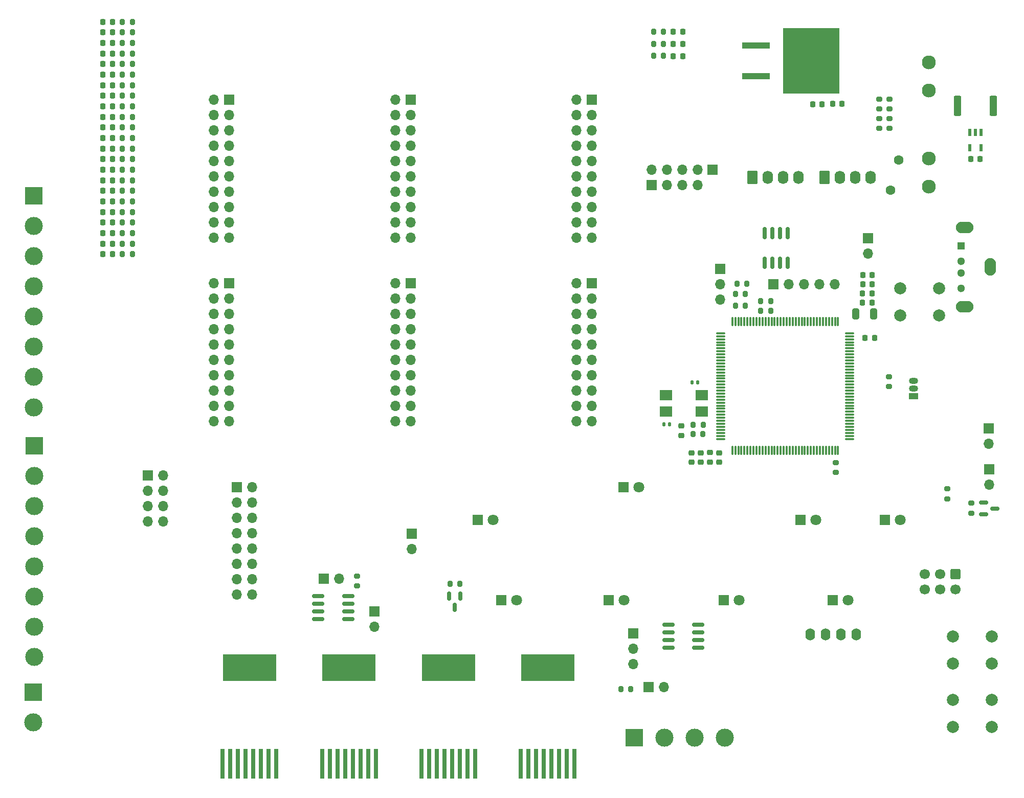
<source format=gbr>
%TF.GenerationSoftware,KiCad,Pcbnew,(6.0.5)*%
%TF.CreationDate,2023-05-15T14:24:38+02:00*%
%TF.ProjectId,stm32_prototyp,73746d33-325f-4707-926f-746f7479702e,rev?*%
%TF.SameCoordinates,Original*%
%TF.FileFunction,Soldermask,Top*%
%TF.FilePolarity,Negative*%
%FSLAX46Y46*%
G04 Gerber Fmt 4.6, Leading zero omitted, Abs format (unit mm)*
G04 Created by KiCad (PCBNEW (6.0.5)) date 2023-05-15 14:24:38*
%MOMM*%
%LPD*%
G01*
G04 APERTURE LIST*
G04 Aperture macros list*
%AMRoundRect*
0 Rectangle with rounded corners*
0 $1 Rounding radius*
0 $2 $3 $4 $5 $6 $7 $8 $9 X,Y pos of 4 corners*
0 Add a 4 corners polygon primitive as box body*
4,1,4,$2,$3,$4,$5,$6,$7,$8,$9,$2,$3,0*
0 Add four circle primitives for the rounded corners*
1,1,$1+$1,$2,$3*
1,1,$1+$1,$4,$5*
1,1,$1+$1,$6,$7*
1,1,$1+$1,$8,$9*
0 Add four rect primitives between the rounded corners*
20,1,$1+$1,$2,$3,$4,$5,0*
20,1,$1+$1,$4,$5,$6,$7,0*
20,1,$1+$1,$6,$7,$8,$9,0*
20,1,$1+$1,$8,$9,$2,$3,0*%
G04 Aperture macros list end*
%ADD10RoundRect,0.200000X-0.200000X-0.275000X0.200000X-0.275000X0.200000X0.275000X-0.200000X0.275000X0*%
%ADD11RoundRect,0.218750X-0.218750X-0.256250X0.218750X-0.256250X0.218750X0.256250X-0.218750X0.256250X0*%
%ADD12RoundRect,0.200000X0.275000X-0.200000X0.275000X0.200000X-0.275000X0.200000X-0.275000X-0.200000X0*%
%ADD13R,0.760000X5.000000*%
%ADD14R,8.800000X4.500000*%
%ADD15RoundRect,0.250000X0.362500X1.425000X-0.362500X1.425000X-0.362500X-1.425000X0.362500X-1.425000X0*%
%ADD16R,1.700000X1.700000*%
%ADD17C,2.300000*%
%ADD18RoundRect,0.250000X-0.620000X-0.845000X0.620000X-0.845000X0.620000X0.845000X-0.620000X0.845000X0*%
%ADD19O,1.740000X2.190000*%
%ADD20RoundRect,0.225000X-0.225000X-0.250000X0.225000X-0.250000X0.225000X0.250000X-0.225000X0.250000X0*%
%ADD21RoundRect,0.150000X-0.825000X-0.150000X0.825000X-0.150000X0.825000X0.150000X-0.825000X0.150000X0*%
%ADD22RoundRect,0.200000X-0.275000X0.200000X-0.275000X-0.200000X0.275000X-0.200000X0.275000X0.200000X0*%
%ADD23RoundRect,0.225000X-0.250000X0.225000X-0.250000X-0.225000X0.250000X-0.225000X0.250000X0.225000X0*%
%ADD24RoundRect,0.200000X0.200000X0.275000X-0.200000X0.275000X-0.200000X-0.275000X0.200000X-0.275000X0*%
%ADD25R,3.000000X3.000000*%
%ADD26C,3.000000*%
%ADD27O,1.700000X1.700000*%
%ADD28RoundRect,0.140000X-0.140000X-0.170000X0.140000X-0.170000X0.140000X0.170000X-0.140000X0.170000X0*%
%ADD29RoundRect,0.250000X-0.325000X-0.650000X0.325000X-0.650000X0.325000X0.650000X-0.325000X0.650000X0*%
%ADD30RoundRect,0.225000X0.225000X0.250000X-0.225000X0.250000X-0.225000X-0.250000X0.225000X-0.250000X0*%
%ADD31R,1.800000X1.800000*%
%ADD32C,1.800000*%
%ADD33RoundRect,0.218750X-0.256250X0.218750X-0.256250X-0.218750X0.256250X-0.218750X0.256250X0.218750X0*%
%ADD34RoundRect,0.088500X-0.206500X0.516500X-0.206500X-0.516500X0.206500X-0.516500X0.206500X0.516500X0*%
%ADD35C,2.000000*%
%ADD36O,1.600000X2.000000*%
%ADD37R,2.100000X1.700000*%
%ADD38RoundRect,0.250000X-0.600000X0.600000X-0.600000X-0.600000X0.600000X-0.600000X0.600000X0.600000X0*%
%ADD39C,1.700000*%
%ADD40R,1.500000X1.050000*%
%ADD41O,1.500000X1.050000*%
%ADD42RoundRect,0.150000X-0.587500X-0.150000X0.587500X-0.150000X0.587500X0.150000X-0.587500X0.150000X0*%
%ADD43R,1.300000X1.300000*%
%ADD44C,1.300000*%
%ADD45O,1.900000X2.900000*%
%ADD46O,2.900000X1.900000*%
%ADD47R,4.600000X1.100000*%
%ADD48R,9.400000X10.800000*%
%ADD49RoundRect,0.075000X-0.662500X-0.075000X0.662500X-0.075000X0.662500X0.075000X-0.662500X0.075000X0*%
%ADD50RoundRect,0.075000X-0.075000X-0.662500X0.075000X-0.662500X0.075000X0.662500X-0.075000X0.662500X0*%
%ADD51RoundRect,0.150000X-0.150000X0.825000X-0.150000X-0.825000X0.150000X-0.825000X0.150000X0.825000X0*%
%ADD52RoundRect,0.140000X0.140000X0.170000X-0.140000X0.170000X-0.140000X-0.170000X0.140000X-0.170000X0*%
%ADD53RoundRect,0.150000X-0.150000X0.587500X-0.150000X-0.587500X0.150000X-0.587500X0.150000X0.587500X0*%
%ADD54C,1.600000*%
%ADD55RoundRect,0.225000X0.250000X-0.225000X0.250000X0.225000X-0.250000X0.225000X-0.250000X-0.225000X0*%
G04 APERTURE END LIST*
D10*
%TO.C,R14*%
X89650000Y-51400000D03*
X91300000Y-51400000D03*
%TD*%
D11*
%TO.C,D18*%
X86448400Y-58400000D03*
X88023400Y-58400000D03*
%TD*%
D10*
%TO.C,R43*%
X177572500Y-34302200D03*
X179222500Y-34302200D03*
%TD*%
D12*
%TO.C,R126*%
X214960200Y-46316400D03*
X214960200Y-44666400D03*
%TD*%
D11*
%TO.C,D5*%
X86448400Y-35650000D03*
X88023400Y-35650000D03*
%TD*%
%TO.C,D13*%
X86448400Y-49650000D03*
X88023400Y-49650000D03*
%TD*%
D10*
%TO.C,R17*%
X89650000Y-56650000D03*
X91300000Y-56650000D03*
%TD*%
D13*
%TO.C,J2*%
X115138200Y-151540600D03*
X113868200Y-151540600D03*
X112598200Y-151540600D03*
X111328200Y-151540600D03*
X110058200Y-151540600D03*
X108788200Y-151540600D03*
X107518200Y-151540600D03*
X106248200Y-151540600D03*
D14*
X110693200Y-135610600D03*
%TD*%
D15*
%TO.C,R123*%
X233807900Y-42594300D03*
X227882900Y-42594300D03*
%TD*%
D10*
%TO.C,R28*%
X191390000Y-72059800D03*
X193040000Y-72059800D03*
%TD*%
D16*
%TO.C,J31*%
X187365000Y-53160000D03*
%TD*%
D17*
%TO.C,F1*%
X223139000Y-55905400D03*
X223139000Y-51305400D03*
X223139000Y-40005400D03*
X223139000Y-35405400D03*
%TD*%
D18*
%TO.C,J14*%
X205867000Y-54432200D03*
D19*
X208407000Y-54432200D03*
X210947000Y-54432200D03*
X213487000Y-54432200D03*
%TD*%
D10*
%TO.C,R19*%
X89650000Y-60150000D03*
X91300000Y-60150000D03*
%TD*%
D11*
%TO.C,D8*%
X86448400Y-40900000D03*
X88023400Y-40900000D03*
%TD*%
D10*
%TO.C,R15*%
X89650000Y-53150000D03*
X91300000Y-53150000D03*
%TD*%
%TO.C,R23*%
X89650000Y-67150000D03*
X91300000Y-67150000D03*
%TD*%
D20*
%TO.C,C2*%
X212178600Y-75133200D03*
X213728600Y-75133200D03*
%TD*%
D21*
%TO.C,U3*%
X122075400Y-123748800D03*
X122075400Y-125018800D03*
X122075400Y-126288800D03*
X122075400Y-127558800D03*
X127025400Y-127558800D03*
X127025400Y-126288800D03*
X127025400Y-125018800D03*
X127025400Y-123748800D03*
%TD*%
D22*
%TO.C,R125*%
X216636600Y-41440600D03*
X216636600Y-43090600D03*
%TD*%
D23*
%TO.C,C7*%
X185394600Y-100024700D03*
X185394600Y-101574700D03*
%TD*%
D11*
%TO.C,D10*%
X86448400Y-44400000D03*
X88023400Y-44400000D03*
%TD*%
D24*
%TO.C,R26*%
X192785000Y-75692000D03*
X191135000Y-75692000D03*
%TD*%
D25*
%TO.C,J16*%
X74950000Y-57475000D03*
D26*
X74950000Y-62475000D03*
X74950000Y-67475000D03*
X74950000Y-72475000D03*
X74950000Y-77475000D03*
X74950000Y-82475000D03*
X74950000Y-87475000D03*
X74950000Y-92475000D03*
%TD*%
D16*
%TO.C,J15*%
X108559600Y-105752400D03*
D27*
X111099600Y-105752400D03*
X108559600Y-108292400D03*
X111099600Y-108292400D03*
X108559600Y-110832400D03*
X111099600Y-110832400D03*
X108559600Y-113372400D03*
X111099600Y-113372400D03*
X108559600Y-115912400D03*
X111099600Y-115912400D03*
X108559600Y-118452400D03*
X111099600Y-118452400D03*
X108559600Y-120992400D03*
X111099600Y-120992400D03*
X108559600Y-123532400D03*
X111099600Y-123532400D03*
%TD*%
D11*
%TO.C,D22*%
X86448400Y-65400000D03*
X88023400Y-65400000D03*
%TD*%
D10*
%TO.C,R16*%
X89650000Y-54900000D03*
X91300000Y-54900000D03*
%TD*%
D28*
%TO.C,C12*%
X183926600Y-88341200D03*
X184886600Y-88341200D03*
%TD*%
D29*
%TO.C,C1*%
X211032600Y-77038200D03*
X213982600Y-77038200D03*
%TD*%
D11*
%TO.C,D24*%
X180848000Y-30308800D03*
X182423000Y-30308800D03*
%TD*%
D16*
%TO.C,J8*%
X177225800Y-55707200D03*
D27*
X177225800Y-53167200D03*
X179765800Y-55707200D03*
X179765800Y-53167200D03*
X182305800Y-55707200D03*
X182305800Y-53167200D03*
X184845800Y-55707200D03*
X184845800Y-53167200D03*
%TD*%
D24*
%TO.C,R29*%
X196951600Y-76479400D03*
X195301600Y-76479400D03*
%TD*%
D10*
%TO.C,R10*%
X89650000Y-44400000D03*
X91300000Y-44400000D03*
%TD*%
D16*
%TO.C,J1*%
X122975600Y-120904000D03*
D27*
X125515600Y-120904000D03*
%TD*%
D30*
%TO.C,C24*%
X231632800Y-51382700D03*
X230082800Y-51382700D03*
%TD*%
D11*
%TO.C,D19*%
X86448400Y-60150000D03*
X88023400Y-60150000D03*
%TD*%
D16*
%TO.C,J4*%
X131394200Y-126263400D03*
D27*
X131394200Y-128803400D03*
%TD*%
D16*
%TO.C,J18*%
X107353720Y-41567600D03*
D27*
X104813720Y-41567600D03*
X107353720Y-44107600D03*
X104813720Y-44107600D03*
X107353720Y-46647600D03*
X104813720Y-46647600D03*
X107353720Y-49187600D03*
X104813720Y-49187600D03*
X107353720Y-51727600D03*
X104813720Y-51727600D03*
X107353720Y-54267600D03*
X104813720Y-54267600D03*
X107353720Y-56807600D03*
X104813720Y-56807600D03*
X107353720Y-59347600D03*
X104813720Y-59347600D03*
X107353720Y-61887600D03*
X104813720Y-61887600D03*
X107353720Y-64427600D03*
X104813720Y-64427600D03*
%TD*%
D25*
%TO.C,J7*%
X75037500Y-98847500D03*
D26*
X75037500Y-103847500D03*
X75037500Y-108847500D03*
X75037500Y-113847500D03*
X75037500Y-118847500D03*
X75037500Y-123847500D03*
X75037500Y-128847500D03*
X75037500Y-133847500D03*
%TD*%
D16*
%TO.C,J22*%
X137353720Y-41567600D03*
D27*
X134813720Y-41567600D03*
X137353720Y-44107600D03*
X134813720Y-44107600D03*
X137353720Y-46647600D03*
X134813720Y-46647600D03*
X137353720Y-49187600D03*
X134813720Y-49187600D03*
X137353720Y-51727600D03*
X134813720Y-51727600D03*
X137353720Y-54267600D03*
X134813720Y-54267600D03*
X137353720Y-56807600D03*
X134813720Y-56807600D03*
X137353720Y-59347600D03*
X134813720Y-59347600D03*
X137353720Y-61887600D03*
X134813720Y-61887600D03*
X137353720Y-64427600D03*
X134813720Y-64427600D03*
%TD*%
D16*
%TO.C,J9*%
X93853000Y-103809800D03*
D27*
X96393000Y-103809800D03*
X93853000Y-106349800D03*
X96393000Y-106349800D03*
X93853000Y-108889800D03*
X96393000Y-108889800D03*
X93853000Y-111429800D03*
X96393000Y-111429800D03*
%TD*%
D31*
%TO.C,D33*%
X170180000Y-124460000D03*
D32*
X172720000Y-124460000D03*
%TD*%
D24*
%TO.C,R30*%
X196977000Y-74904600D03*
X195327000Y-74904600D03*
%TD*%
D10*
%TO.C,R12*%
X89650000Y-47900000D03*
X91300000Y-47900000D03*
%TD*%
D11*
%TO.C,D12*%
X86448400Y-47900000D03*
X88023400Y-47900000D03*
%TD*%
%TO.C,D3*%
X86448400Y-32150000D03*
X88023400Y-32150000D03*
%TD*%
D25*
%TO.C,J21*%
X174404000Y-147218400D03*
D26*
X179404000Y-147218400D03*
X184404000Y-147218400D03*
X189404000Y-147218400D03*
%TD*%
D10*
%TO.C,R5*%
X89650000Y-35650000D03*
X91300000Y-35650000D03*
%TD*%
D11*
%TO.C,D7*%
X86448400Y-39150000D03*
X88023400Y-39150000D03*
%TD*%
D16*
%TO.C,J20*%
X137350000Y-71982880D03*
D27*
X134810000Y-71982880D03*
X137350000Y-74522880D03*
X134810000Y-74522880D03*
X137350000Y-77062880D03*
X134810000Y-77062880D03*
X137350000Y-79602880D03*
X134810000Y-79602880D03*
X137350000Y-82142880D03*
X134810000Y-82142880D03*
X137350000Y-84682880D03*
X134810000Y-84682880D03*
X137350000Y-87222880D03*
X134810000Y-87222880D03*
X137350000Y-89762880D03*
X134810000Y-89762880D03*
X137350000Y-92302880D03*
X134810000Y-92302880D03*
X137350000Y-94842880D03*
X134810000Y-94842880D03*
%TD*%
D22*
%TO.C,R124*%
X216636600Y-44666400D03*
X216636600Y-46316400D03*
%TD*%
D16*
%TO.C,J12*%
X176733200Y-138861800D03*
D27*
X179273200Y-138861800D03*
%TD*%
D10*
%TO.C,R24*%
X184125600Y-95427800D03*
X185775600Y-95427800D03*
%TD*%
D33*
%TO.C,FB1*%
X186918600Y-99999700D03*
X186918600Y-101574700D03*
%TD*%
D31*
%TO.C,D28*%
X148460000Y-111100000D03*
D32*
X151000000Y-111100000D03*
%TD*%
D11*
%TO.C,D16*%
X86448400Y-54900000D03*
X88023400Y-54900000D03*
%TD*%
D10*
%TO.C,R105*%
X143892000Y-121716800D03*
X145542000Y-121716800D03*
%TD*%
D34*
%TO.C,U13*%
X231785200Y-46988500D03*
X230835200Y-46988500D03*
X229885200Y-46988500D03*
X229885200Y-49498500D03*
X231785200Y-49498500D03*
%TD*%
D35*
%TO.C,SW5*%
X218375000Y-77275000D03*
X224875000Y-77275000D03*
X224875000Y-72775000D03*
X218375000Y-72775000D03*
%TD*%
D10*
%TO.C,R6*%
X89650000Y-37400000D03*
X91300000Y-37400000D03*
%TD*%
D30*
%TO.C,C11*%
X214150000Y-80975000D03*
X212600000Y-80975000D03*
%TD*%
D20*
%TO.C,C4*%
X212191600Y-72085200D03*
X213741600Y-72085200D03*
%TD*%
D35*
%TO.C,SW4*%
X233603800Y-130472800D03*
X227103800Y-130472800D03*
X233603800Y-134972800D03*
X227103800Y-134972800D03*
%TD*%
D21*
%TO.C,U6*%
X180024000Y-128524000D03*
X180024000Y-129794000D03*
X180024000Y-131064000D03*
X180024000Y-132334000D03*
X184974000Y-132334000D03*
X184974000Y-131064000D03*
X184974000Y-129794000D03*
X184974000Y-128524000D03*
%TD*%
D30*
%TO.C,C20*%
X208763200Y-42240200D03*
X207213200Y-42240200D03*
%TD*%
D11*
%TO.C,D2*%
X86448400Y-30400000D03*
X88023400Y-30400000D03*
%TD*%
D31*
%TO.C,D29*%
X172593000Y-105689400D03*
D32*
X175133000Y-105689400D03*
%TD*%
D10*
%TO.C,R106*%
X172162200Y-139166600D03*
X173812200Y-139166600D03*
%TD*%
D31*
%TO.C,D31*%
X215900000Y-111125000D03*
D32*
X218440000Y-111125000D03*
%TD*%
D36*
%TO.C,U2*%
X203521800Y-130112200D03*
X206061800Y-130112200D03*
X208601800Y-130112200D03*
X211141800Y-130112200D03*
%TD*%
D16*
%TO.C,J11*%
X233121200Y-102768400D03*
D27*
X233121200Y-105308400D03*
%TD*%
D16*
%TO.C,J25*%
X167353720Y-41567600D03*
D27*
X164813720Y-41567600D03*
X167353720Y-44107600D03*
X164813720Y-44107600D03*
X167353720Y-46647600D03*
X164813720Y-46647600D03*
X167353720Y-49187600D03*
X164813720Y-49187600D03*
X167353720Y-51727600D03*
X164813720Y-51727600D03*
X167353720Y-54267600D03*
X164813720Y-54267600D03*
X167353720Y-56807600D03*
X164813720Y-56807600D03*
X167353720Y-59347600D03*
X164813720Y-59347600D03*
X167353720Y-61887600D03*
X164813720Y-61887600D03*
X167353720Y-64427600D03*
X164813720Y-64427600D03*
%TD*%
D37*
%TO.C,Y1*%
X179621600Y-93200200D03*
X185521600Y-93200200D03*
X185521600Y-90500200D03*
X179621600Y-90500200D03*
%TD*%
D38*
%TO.C,J28*%
X227533200Y-120091200D03*
D39*
X227533200Y-122631200D03*
X224993200Y-120091200D03*
X224993200Y-122631200D03*
X222453200Y-120091200D03*
X222453200Y-122631200D03*
%TD*%
D18*
%TO.C,J19*%
X193929000Y-54412200D03*
D19*
X196469000Y-54412200D03*
X199009000Y-54412200D03*
X201549000Y-54412200D03*
%TD*%
D10*
%TO.C,R22*%
X89650000Y-65400000D03*
X91300000Y-65400000D03*
%TD*%
D11*
%TO.C,D15*%
X86448400Y-53150000D03*
X88023400Y-53150000D03*
%TD*%
D10*
%TO.C,R11*%
X89650000Y-46150000D03*
X91300000Y-46150000D03*
%TD*%
%TO.C,R13*%
X89650000Y-49650000D03*
X91300000Y-49650000D03*
%TD*%
D11*
%TO.C,D14*%
X86448400Y-51400000D03*
X88023400Y-51400000D03*
%TD*%
D10*
%TO.C,R8*%
X89650000Y-40900000D03*
X91300000Y-40900000D03*
%TD*%
D11*
%TO.C,D17*%
X86448400Y-56650000D03*
X88023400Y-56650000D03*
%TD*%
D40*
%TO.C,U8*%
X220625000Y-90675000D03*
D41*
X220625000Y-89405000D03*
X220625000Y-88135000D03*
%TD*%
D11*
%TO.C,D4*%
X86448400Y-33900000D03*
X88023400Y-33900000D03*
%TD*%
D16*
%TO.C,J23*%
X167350000Y-71982880D03*
D27*
X164810000Y-71982880D03*
X167350000Y-74522880D03*
X164810000Y-74522880D03*
X167350000Y-77062880D03*
X164810000Y-77062880D03*
X167350000Y-79602880D03*
X164810000Y-79602880D03*
X167350000Y-82142880D03*
X164810000Y-82142880D03*
X167350000Y-84682880D03*
X164810000Y-84682880D03*
X167350000Y-87222880D03*
X164810000Y-87222880D03*
X167350000Y-89762880D03*
X164810000Y-89762880D03*
X167350000Y-92302880D03*
X164810000Y-92302880D03*
X167350000Y-94842880D03*
X164810000Y-94842880D03*
%TD*%
D10*
%TO.C,R1*%
X89650000Y-28650000D03*
X91300000Y-28650000D03*
%TD*%
D12*
%TO.C,R52*%
X216550000Y-89052400D03*
X216550000Y-87402400D03*
%TD*%
D42*
%TO.C,Q5*%
X232234500Y-108295400D03*
X232234500Y-110195400D03*
X234109500Y-109245400D03*
%TD*%
D16*
%TO.C,J24*%
X137541000Y-113411000D03*
D27*
X137541000Y-115951000D03*
%TD*%
D12*
%TO.C,R104*%
X230172500Y-110006400D03*
X230172500Y-108356400D03*
%TD*%
D43*
%TO.C,J30*%
X228501000Y-65765800D03*
D44*
X228501000Y-68265800D03*
X228501000Y-70265800D03*
X228501000Y-72765800D03*
D45*
X233281000Y-69265800D03*
D46*
X229101000Y-62695800D03*
X229101000Y-75835800D03*
%TD*%
D10*
%TO.C,R7*%
X89650000Y-39150000D03*
X91300000Y-39150000D03*
%TD*%
D22*
%TO.C,R60*%
X226161600Y-105995200D03*
X226161600Y-107645200D03*
%TD*%
D11*
%TO.C,D1*%
X86448400Y-28650000D03*
X88023400Y-28650000D03*
%TD*%
D16*
%TO.C,J10*%
X197434200Y-72110600D03*
D27*
X199974200Y-72110600D03*
X202514200Y-72110600D03*
X205054200Y-72110600D03*
X207594200Y-72110600D03*
%TD*%
D47*
%TO.C,U7*%
X194558000Y-32562800D03*
D48*
X203708000Y-35102800D03*
D47*
X194558000Y-37642800D03*
%TD*%
D10*
%TO.C,R2*%
X89650000Y-30400000D03*
X91300000Y-30400000D03*
%TD*%
D16*
%TO.C,J3*%
X233045000Y-95961200D03*
D27*
X233045000Y-98501200D03*
%TD*%
D49*
%TO.C,U1*%
X188702100Y-80226200D03*
X188702100Y-80726200D03*
X188702100Y-81226200D03*
X188702100Y-81726200D03*
X188702100Y-82226200D03*
X188702100Y-82726200D03*
X188702100Y-83226200D03*
X188702100Y-83726200D03*
X188702100Y-84226200D03*
X188702100Y-84726200D03*
X188702100Y-85226200D03*
X188702100Y-85726200D03*
X188702100Y-86226200D03*
X188702100Y-86726200D03*
X188702100Y-87226200D03*
X188702100Y-87726200D03*
X188702100Y-88226200D03*
X188702100Y-88726200D03*
X188702100Y-89226200D03*
X188702100Y-89726200D03*
X188702100Y-90226200D03*
X188702100Y-90726200D03*
X188702100Y-91226200D03*
X188702100Y-91726200D03*
X188702100Y-92226200D03*
X188702100Y-92726200D03*
X188702100Y-93226200D03*
X188702100Y-93726200D03*
X188702100Y-94226200D03*
X188702100Y-94726200D03*
X188702100Y-95226200D03*
X188702100Y-95726200D03*
X188702100Y-96226200D03*
X188702100Y-96726200D03*
X188702100Y-97226200D03*
X188702100Y-97726200D03*
D50*
X190614600Y-99638700D03*
X191114600Y-99638700D03*
X191614600Y-99638700D03*
X192114600Y-99638700D03*
X192614600Y-99638700D03*
X193114600Y-99638700D03*
X193614600Y-99638700D03*
X194114600Y-99638700D03*
X194614600Y-99638700D03*
X195114600Y-99638700D03*
X195614600Y-99638700D03*
X196114600Y-99638700D03*
X196614600Y-99638700D03*
X197114600Y-99638700D03*
X197614600Y-99638700D03*
X198114600Y-99638700D03*
X198614600Y-99638700D03*
X199114600Y-99638700D03*
X199614600Y-99638700D03*
X200114600Y-99638700D03*
X200614600Y-99638700D03*
X201114600Y-99638700D03*
X201614600Y-99638700D03*
X202114600Y-99638700D03*
X202614600Y-99638700D03*
X203114600Y-99638700D03*
X203614600Y-99638700D03*
X204114600Y-99638700D03*
X204614600Y-99638700D03*
X205114600Y-99638700D03*
X205614600Y-99638700D03*
X206114600Y-99638700D03*
X206614600Y-99638700D03*
X207114600Y-99638700D03*
X207614600Y-99638700D03*
X208114600Y-99638700D03*
D49*
X210027100Y-97726200D03*
X210027100Y-97226200D03*
X210027100Y-96726200D03*
X210027100Y-96226200D03*
X210027100Y-95726200D03*
X210027100Y-95226200D03*
X210027100Y-94726200D03*
X210027100Y-94226200D03*
X210027100Y-93726200D03*
X210027100Y-93226200D03*
X210027100Y-92726200D03*
X210027100Y-92226200D03*
X210027100Y-91726200D03*
X210027100Y-91226200D03*
X210027100Y-90726200D03*
X210027100Y-90226200D03*
X210027100Y-89726200D03*
X210027100Y-89226200D03*
X210027100Y-88726200D03*
X210027100Y-88226200D03*
X210027100Y-87726200D03*
X210027100Y-87226200D03*
X210027100Y-86726200D03*
X210027100Y-86226200D03*
X210027100Y-85726200D03*
X210027100Y-85226200D03*
X210027100Y-84726200D03*
X210027100Y-84226200D03*
X210027100Y-83726200D03*
X210027100Y-83226200D03*
X210027100Y-82726200D03*
X210027100Y-82226200D03*
X210027100Y-81726200D03*
X210027100Y-81226200D03*
X210027100Y-80726200D03*
X210027100Y-80226200D03*
D50*
X208114600Y-78313700D03*
X207614600Y-78313700D03*
X207114600Y-78313700D03*
X206614600Y-78313700D03*
X206114600Y-78313700D03*
X205614600Y-78313700D03*
X205114600Y-78313700D03*
X204614600Y-78313700D03*
X204114600Y-78313700D03*
X203614600Y-78313700D03*
X203114600Y-78313700D03*
X202614600Y-78313700D03*
X202114600Y-78313700D03*
X201614600Y-78313700D03*
X201114600Y-78313700D03*
X200614600Y-78313700D03*
X200114600Y-78313700D03*
X199614600Y-78313700D03*
X199114600Y-78313700D03*
X198614600Y-78313700D03*
X198114600Y-78313700D03*
X197614600Y-78313700D03*
X197114600Y-78313700D03*
X196614600Y-78313700D03*
X196114600Y-78313700D03*
X195614600Y-78313700D03*
X195114600Y-78313700D03*
X194614600Y-78313700D03*
X194114600Y-78313700D03*
X193614600Y-78313700D03*
X193114600Y-78313700D03*
X192614600Y-78313700D03*
X192114600Y-78313700D03*
X191614600Y-78313700D03*
X191114600Y-78313700D03*
X190614600Y-78313700D03*
%TD*%
D20*
%TO.C,C19*%
X203936600Y-42291000D03*
X205486600Y-42291000D03*
%TD*%
D13*
%TO.C,J6*%
X148056600Y-151553200D03*
X146786600Y-151553200D03*
X145516600Y-151553200D03*
X144246600Y-151553200D03*
X142976600Y-151553200D03*
X141706600Y-151553200D03*
X140436600Y-151553200D03*
X139166600Y-151553200D03*
D14*
X143611600Y-135623200D03*
%TD*%
D13*
%TO.C,J5*%
X131597400Y-151553200D03*
X130327400Y-151553200D03*
X129057400Y-151553200D03*
X127787400Y-151553200D03*
X126517400Y-151553200D03*
X125247400Y-151553200D03*
X123977400Y-151553200D03*
X122707400Y-151553200D03*
D14*
X127152400Y-135623200D03*
%TD*%
D10*
%TO.C,R42*%
X177572500Y-32302200D03*
X179222500Y-32302200D03*
%TD*%
D11*
%TO.C,D21*%
X86448400Y-63650000D03*
X88023400Y-63650000D03*
%TD*%
D10*
%TO.C,R3*%
X89650000Y-32150000D03*
X91300000Y-32150000D03*
%TD*%
D16*
%TO.C,J27*%
X174244000Y-129921000D03*
D27*
X174244000Y-132461000D03*
X174244000Y-135001000D03*
%TD*%
D31*
%TO.C,D32*%
X152400000Y-124460000D03*
D32*
X154940000Y-124460000D03*
%TD*%
D10*
%TO.C,R20*%
X89650000Y-61900000D03*
X91300000Y-61900000D03*
%TD*%
D16*
%TO.C,SW3*%
X213080600Y-64465200D03*
D27*
X213080600Y-67005200D03*
%TD*%
D20*
%TO.C,C3*%
X212178600Y-73609200D03*
X213728600Y-73609200D03*
%TD*%
D12*
%TO.C,R61*%
X128487400Y-122071400D03*
X128487400Y-120421400D03*
%TD*%
D10*
%TO.C,R18*%
X89650000Y-58400000D03*
X91300000Y-58400000D03*
%TD*%
%TO.C,R41*%
X177572500Y-30302200D03*
X179222500Y-30302200D03*
%TD*%
D51*
%TO.C,U5*%
X199745600Y-63641200D03*
X198475600Y-63641200D03*
X197205600Y-63641200D03*
X195935600Y-63641200D03*
X195935600Y-68591200D03*
X197205600Y-68591200D03*
X198475600Y-68591200D03*
X199745600Y-68591200D03*
%TD*%
D12*
%TO.C,R37*%
X207725000Y-103300000D03*
X207725000Y-101650000D03*
%TD*%
D10*
%TO.C,R21*%
X89650000Y-63650000D03*
X91300000Y-63650000D03*
%TD*%
D25*
%TO.C,J29*%
X74930000Y-139700000D03*
D26*
X74930000Y-144700000D03*
%TD*%
D52*
%TO.C,C13*%
X180238400Y-95275400D03*
X179278400Y-95275400D03*
%TD*%
D11*
%TO.C,D9*%
X86448400Y-42650000D03*
X88023400Y-42650000D03*
%TD*%
D31*
%TO.C,D30*%
X201930000Y-111125000D03*
D32*
X204470000Y-111125000D03*
%TD*%
D31*
%TO.C,D35*%
X207259000Y-124460000D03*
D32*
X209799000Y-124460000D03*
%TD*%
D11*
%TO.C,D11*%
X86448400Y-46150000D03*
X88023400Y-46150000D03*
%TD*%
%TO.C,D26*%
X180848000Y-34308800D03*
X182423000Y-34308800D03*
%TD*%
D10*
%TO.C,R4*%
X89650000Y-33900000D03*
X91300000Y-33900000D03*
%TD*%
D24*
%TO.C,R25*%
X185750200Y-96951800D03*
X184100200Y-96951800D03*
%TD*%
D53*
%TO.C,Q44*%
X145592800Y-123748800D03*
X143692800Y-123748800D03*
X144642800Y-125623800D03*
%TD*%
D11*
%TO.C,D20*%
X86448400Y-61900000D03*
X88023400Y-61900000D03*
%TD*%
D20*
%TO.C,C5*%
X212191600Y-70561200D03*
X213741600Y-70561200D03*
%TD*%
D54*
%TO.C,RV1*%
X216839800Y-56565800D03*
X218139800Y-51565800D03*
%TD*%
D31*
%TO.C,D34*%
X189230000Y-124460000D03*
D32*
X191770000Y-124460000D03*
%TD*%
D23*
%TO.C,C6*%
X183870600Y-100037700D03*
X183870600Y-101587700D03*
%TD*%
D12*
%TO.C,R128*%
X214960200Y-43090600D03*
X214960200Y-41440600D03*
%TD*%
D11*
%TO.C,D25*%
X180848000Y-32308800D03*
X182423000Y-32308800D03*
%TD*%
D16*
%TO.C,J17*%
X107350000Y-71982880D03*
D27*
X104810000Y-71982880D03*
X107350000Y-74522880D03*
X104810000Y-74522880D03*
X107350000Y-77062880D03*
X104810000Y-77062880D03*
X107350000Y-79602880D03*
X104810000Y-79602880D03*
X107350000Y-82142880D03*
X104810000Y-82142880D03*
X107350000Y-84682880D03*
X104810000Y-84682880D03*
X107350000Y-87222880D03*
X104810000Y-87222880D03*
X107350000Y-89762880D03*
X104810000Y-89762880D03*
X107350000Y-92302880D03*
X104810000Y-92302880D03*
X107350000Y-94842880D03*
X104810000Y-94842880D03*
%TD*%
D35*
%TO.C,SW2*%
X227103800Y-140970000D03*
X233603800Y-140970000D03*
X233603800Y-145470000D03*
X227103800Y-145470000D03*
%TD*%
D10*
%TO.C,R9*%
X89650000Y-42650000D03*
X91300000Y-42650000D03*
%TD*%
D11*
%TO.C,D23*%
X86448400Y-67150000D03*
X88023400Y-67150000D03*
%TD*%
D55*
%TO.C,C8*%
X188442600Y-101574700D03*
X188442600Y-100024700D03*
%TD*%
D13*
%TO.C,J13*%
X164515800Y-151553200D03*
X163245800Y-151553200D03*
X161975800Y-151553200D03*
X160705800Y-151553200D03*
X159435800Y-151553200D03*
X158165800Y-151553200D03*
X156895800Y-151553200D03*
X155625800Y-151553200D03*
D14*
X160070800Y-135623200D03*
%TD*%
D11*
%TO.C,D6*%
X86448400Y-37400000D03*
X88023400Y-37400000D03*
%TD*%
D16*
%TO.C,SW1*%
X188569600Y-69545200D03*
D27*
X188569600Y-72085200D03*
X188569600Y-74625200D03*
%TD*%
D24*
%TO.C,R27*%
X192786000Y-73710800D03*
X191136000Y-73710800D03*
%TD*%
D55*
%TO.C,C9*%
X182143400Y-97130200D03*
X182143400Y-95580200D03*
%TD*%
M02*

</source>
